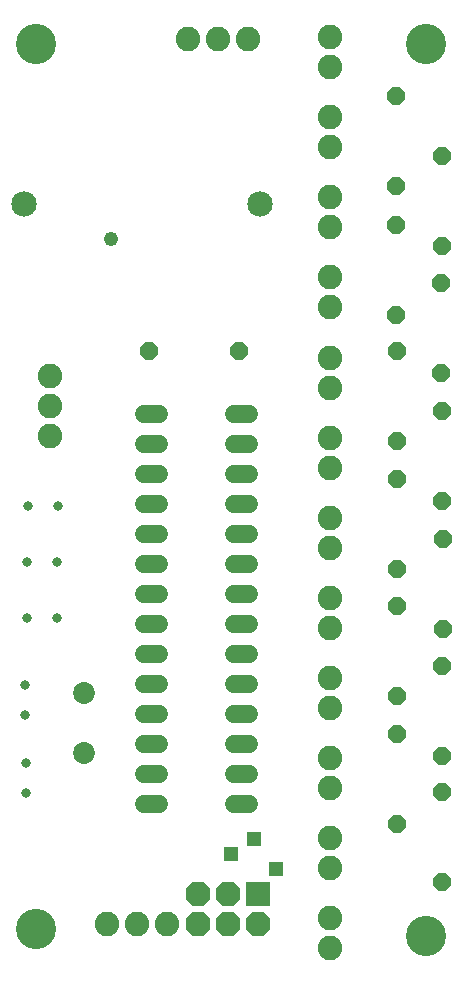
<source format=gts>
G75*
%MOIN*%
%OFA0B0*%
%FSLAX24Y24*%
%IPPOS*%
%LPD*%
%AMOC8*
5,1,8,0,0,1.08239X$1,22.5*
%
%ADD10C,0.1340*%
%ADD11C,0.0316*%
%ADD12C,0.0600*%
%ADD13OC8,0.0600*%
%ADD14C,0.0820*%
%ADD15C,0.0730*%
%ADD16C,0.0848*%
%ADD17R,0.0820X0.0820*%
%ADD18OC8,0.0820*%
%ADD19C,0.0480*%
%ADD20R,0.0476X0.0476*%
D10*
X003473Y003529D03*
X016473Y003279D03*
X016473Y033029D03*
X003473Y033029D03*
D11*
X003190Y017624D03*
X004190Y017624D03*
X004165Y015762D03*
X003165Y015762D03*
X003168Y013879D03*
X004168Y013879D03*
X003098Y011654D03*
X003098Y010654D03*
X003123Y009054D03*
X003123Y008054D03*
D12*
X007043Y007674D02*
X007563Y007674D01*
X007563Y008674D02*
X007043Y008674D01*
X007043Y009674D02*
X007563Y009674D01*
X007563Y010674D02*
X007043Y010674D01*
X007043Y011674D02*
X007563Y011674D01*
X007563Y012674D02*
X007043Y012674D01*
X007043Y013674D02*
X007563Y013674D01*
X007563Y014674D02*
X007043Y014674D01*
X007043Y015674D02*
X007563Y015674D01*
X007563Y016674D02*
X007043Y016674D01*
X007043Y017674D02*
X007563Y017674D01*
X007563Y018674D02*
X007043Y018674D01*
X007043Y019674D02*
X007563Y019674D01*
X007563Y020674D02*
X007043Y020674D01*
X010043Y020674D02*
X010563Y020674D01*
X010563Y019674D02*
X010043Y019674D01*
X010043Y018674D02*
X010563Y018674D01*
X010563Y017674D02*
X010043Y017674D01*
X010043Y016674D02*
X010563Y016674D01*
X010563Y015674D02*
X010043Y015674D01*
X010043Y014674D02*
X010563Y014674D01*
X010563Y013674D02*
X010043Y013674D01*
X010043Y012674D02*
X010563Y012674D01*
X010563Y011674D02*
X010043Y011674D01*
X010043Y010674D02*
X010563Y010674D01*
X010563Y009674D02*
X010043Y009674D01*
X010043Y008674D02*
X010563Y008674D01*
X010563Y007674D02*
X010043Y007674D01*
D13*
X015478Y007027D03*
X016983Y008077D03*
X016998Y009274D03*
X015478Y010027D03*
X015503Y011294D03*
X016998Y012274D03*
X017020Y013537D03*
X015503Y014294D03*
X015475Y015517D03*
X017020Y016537D03*
X016975Y017787D03*
X015475Y018517D03*
X015505Y019792D03*
X016975Y020787D03*
X016963Y022049D03*
X015505Y022792D03*
X015468Y024002D03*
X016963Y025049D03*
X016998Y026284D03*
X015468Y027002D03*
X015470Y028279D03*
X016998Y029284D03*
X015470Y031279D03*
X010213Y022794D03*
X007213Y022794D03*
X016983Y005077D03*
D14*
X013273Y005549D03*
X013273Y006549D03*
X013273Y008219D03*
X013273Y009219D03*
X013273Y010889D03*
X013273Y011889D03*
X013273Y013559D03*
X013273Y014559D03*
X013273Y016229D03*
X013273Y017229D03*
X013273Y018899D03*
X013273Y019899D03*
X013273Y021569D03*
X013273Y022569D03*
X013273Y024239D03*
X013273Y025239D03*
X013273Y026909D03*
X013273Y027909D03*
X013273Y029579D03*
X013273Y030579D03*
X013273Y032249D03*
X013273Y033249D03*
X010523Y033179D03*
X009523Y033179D03*
X008523Y033179D03*
X003933Y021949D03*
X003933Y020949D03*
X003933Y019949D03*
X013273Y003879D03*
X013273Y002879D03*
X007833Y003679D03*
X006833Y003679D03*
X005833Y003679D03*
D15*
X005063Y009399D03*
X005063Y011399D03*
D16*
X003050Y027702D03*
X010924Y027702D03*
D17*
X010863Y004689D03*
D18*
X009863Y004689D03*
X008863Y004689D03*
X008863Y003689D03*
X009863Y003689D03*
X010863Y003689D03*
D19*
X005973Y026529D03*
D20*
X010723Y006529D03*
X009973Y006029D03*
X011473Y005529D03*
M02*

</source>
